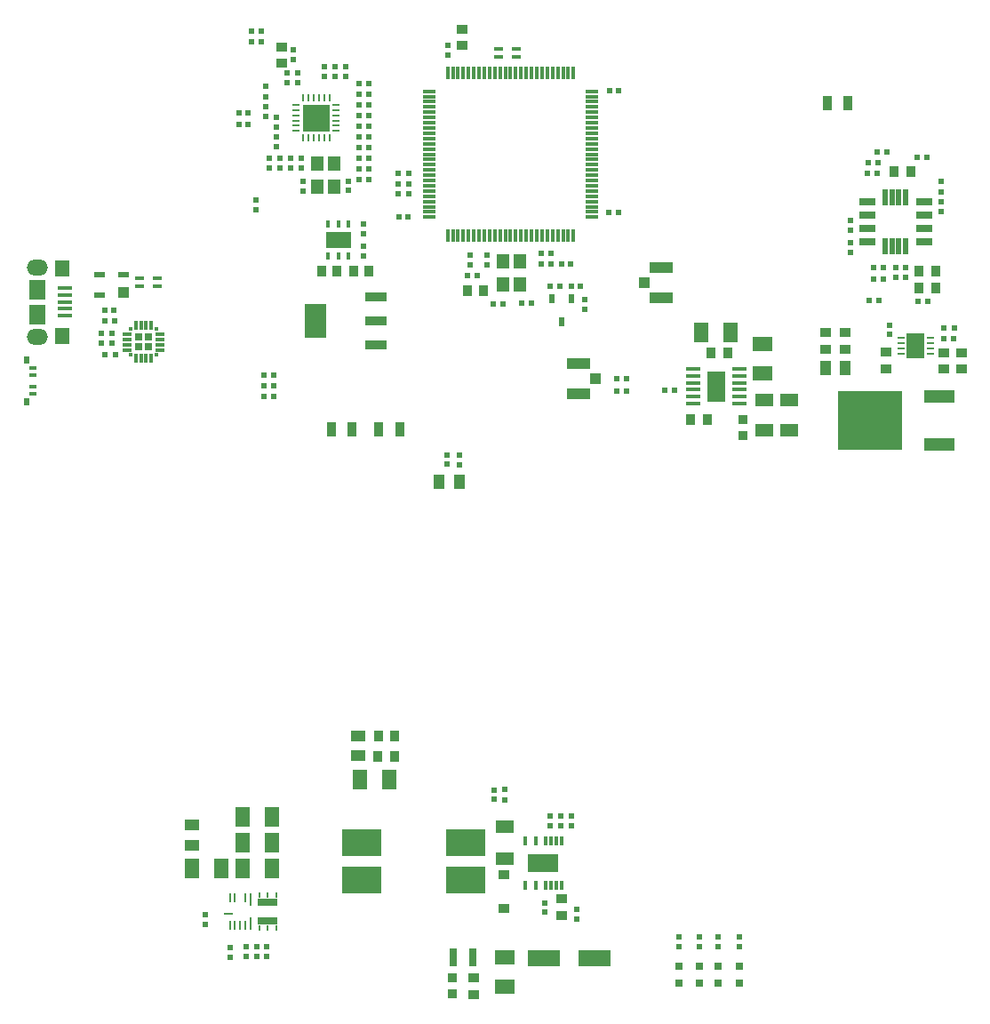
<source format=gtp>
G04*
G04 #@! TF.GenerationSoftware,Altium Limited,Altium Designer,22.2.1 (43)*
G04*
G04 Layer_Color=8421504*
%FSAX24Y24*%
%MOIN*%
G70*
G04*
G04 #@! TF.SameCoordinates,9FECD9A3-9FBE-45D8-96C7-32EA53B7FBE5*
G04*
G04*
G04 #@! TF.FilePolarity,Positive*
G04*
G01*
G75*
%ADD22O,0.0787X0.0591*%
%ADD23R,0.0295X0.0295*%
%ADD24R,0.0866X0.0433*%
%ADD25R,0.0433X0.0394*%
G04:AMPARAMS|DCode=26|XSize=61mil|YSize=23.6mil|CornerRadius=2mil|HoleSize=0mil|Usage=FLASHONLY|Rotation=180.000|XOffset=0mil|YOffset=0mil|HoleType=Round|Shape=RoundedRectangle|*
%AMROUNDEDRECTD26*
21,1,0.0610,0.0196,0,0,180.0*
21,1,0.0570,0.0236,0,0,180.0*
1,1,0.0040,-0.0285,0.0098*
1,1,0.0040,0.0285,0.0098*
1,1,0.0040,0.0285,-0.0098*
1,1,0.0040,-0.0285,-0.0098*
%
%ADD26ROUNDEDRECTD26*%
%ADD27R,0.0374X0.0551*%
%ADD28R,0.0244X0.0244*%
%ADD29R,0.0413X0.0551*%
%ADD30R,0.0276X0.0098*%
%ADD31R,0.0650X0.0937*%
%ADD32R,0.0394X0.0374*%
%ADD33R,0.0244X0.0244*%
%ADD34R,0.1120X0.0650*%
%ADD35R,0.0120X0.0350*%
G04:AMPARAMS|DCode=36|XSize=17.7mil|YSize=61mil|CornerRadius=1.9mil|HoleSize=0mil|Usage=FLASHONLY|Rotation=180.000|XOffset=0mil|YOffset=0mil|HoleType=Round|Shape=RoundedRectangle|*
%AMROUNDEDRECTD36*
21,1,0.0177,0.0571,0,0,180.0*
21,1,0.0138,0.0610,0,0,180.0*
1,1,0.0039,-0.0069,0.0286*
1,1,0.0039,0.0069,0.0286*
1,1,0.0039,0.0069,-0.0286*
1,1,0.0039,-0.0069,-0.0286*
%
%ADD36ROUNDEDRECTD36*%
%ADD37R,0.0374X0.0394*%
%ADD38R,0.0244X0.0228*%
%ADD39R,0.0236X0.0244*%
%ADD40R,0.0228X0.0244*%
%ADD41R,0.0354X0.0394*%
%ADD42R,0.1122X0.0492*%
%ADD43R,0.2402X0.2185*%
%ADD44R,0.0354X0.0157*%
%ADD45R,0.0827X0.0354*%
%ADD46R,0.0827X0.1260*%
%ADD47R,0.0728X0.0315*%
%ADD48R,0.0354X0.0098*%
%ADD49R,0.0098X0.0354*%
%ADD50R,0.0098X0.0512*%
%ADD51R,0.0098X0.0197*%
%ADD52R,0.0571X0.0748*%
%ADD53R,0.0315X0.0315*%
%ADD54R,0.0248X0.0260*%
%ADD55R,0.0315X0.0157*%
%ADD56R,0.0472X0.0118*%
%ADD57R,0.0118X0.0472*%
G04:AMPARAMS|DCode=58|XSize=21.7mil|YSize=31.5mil|CornerRadius=1.9mil|HoleSize=0mil|Usage=FLASHONLY|Rotation=0.000|XOffset=0mil|YOffset=0mil|HoleType=Round|Shape=RoundedRectangle|*
%AMROUNDEDRECTD58*
21,1,0.0217,0.0276,0,0,0.0*
21,1,0.0178,0.0315,0,0,0.0*
1,1,0.0039,0.0089,-0.0138*
1,1,0.0039,-0.0089,-0.0138*
1,1,0.0039,-0.0089,0.0138*
1,1,0.0039,0.0089,0.0138*
%
%ADD58ROUNDEDRECTD58*%
%ADD59R,0.0709X0.0453*%
%ADD60R,0.0374X0.0374*%
%ADD61R,0.0551X0.0177*%
%ADD62R,0.0689X0.1157*%
%ADD63R,0.0748X0.0571*%
%ADD64R,0.0394X0.0374*%
%ADD65R,0.0453X0.0551*%
%ADD66R,0.0374X0.0394*%
%ADD67R,0.0244X0.0236*%
%ADD68R,0.0272X0.0110*%
%ADD69R,0.0110X0.0272*%
%ADD70R,0.0984X0.0984*%
%ADD71R,0.0177X0.0295*%
%ADD72R,0.0945X0.0630*%
%ADD73R,0.0118X0.0354*%
%ADD74R,0.0354X0.0118*%
%ADD75R,0.0118X0.0118*%
%ADD76R,0.0394X0.0236*%
%ADD77R,0.0394X0.0394*%
%ADD78R,0.0551X0.0630*%
%ADD79R,0.0610X0.0748*%
%ADD80R,0.0531X0.0157*%
%ADD81R,0.0551X0.0413*%
%ADD82R,0.1516X0.0984*%
%ADD83R,0.0425X0.0362*%
%ADD84R,0.1240X0.0630*%
%ADD85R,0.0394X0.0354*%
%ADD86R,0.0315X0.0709*%
G36*
X047058Y038298D02*
X046279D01*
Y037629D01*
X047058D01*
Y038298D01*
D01*
D02*
G37*
G36*
Y039251D02*
X046279D01*
Y038582D01*
X047058D01*
Y039251D01*
D01*
D02*
G37*
G36*
X048121Y038298D02*
X047342D01*
Y037629D01*
X048121D01*
Y038298D01*
D01*
D02*
G37*
G36*
Y039251D02*
X047342D01*
Y038582D01*
X048121D01*
Y039251D01*
D01*
D02*
G37*
D22*
X015955Y041591D02*
D03*
Y044189D02*
D03*
D23*
X020142Y041577D02*
D03*
Y041203D02*
D03*
X019768Y041577D02*
D03*
Y041203D02*
D03*
D24*
X039370Y044173D02*
D03*
Y043032D02*
D03*
X036274Y040590D02*
D03*
Y039448D02*
D03*
D25*
X038740Y043602D02*
D03*
X036904Y040019D02*
D03*
D26*
X049223Y045140D02*
D03*
Y045640D02*
D03*
Y046140D02*
D03*
Y046640D02*
D03*
X047097D02*
D03*
Y046140D02*
D03*
Y045640D02*
D03*
Y045140D02*
D03*
D27*
X045598Y050341D02*
D03*
X046385D02*
D03*
X029564Y038110D02*
D03*
X028776D02*
D03*
X026993Y038100D02*
D03*
X027780D02*
D03*
D28*
X031350Y036803D02*
D03*
Y037157D02*
D03*
X031800Y037147D02*
D03*
Y036793D02*
D03*
X034990Y020357D02*
D03*
Y020003D02*
D03*
X024574Y018714D02*
D03*
Y018360D02*
D03*
X032830Y044283D02*
D03*
Y044637D02*
D03*
X031380Y052517D02*
D03*
Y052163D02*
D03*
X036490Y042977D02*
D03*
Y042623D02*
D03*
X025325Y051117D02*
D03*
Y051471D02*
D03*
X025725Y051117D02*
D03*
Y051471D02*
D03*
X025875Y048271D02*
D03*
Y047917D02*
D03*
X025475Y048271D02*
D03*
Y047917D02*
D03*
X025925Y047398D02*
D03*
Y047044D02*
D03*
X027625Y047421D02*
D03*
Y047067D02*
D03*
X028200Y045460D02*
D03*
Y045814D02*
D03*
X018770Y041343D02*
D03*
Y041697D02*
D03*
X018360Y041343D02*
D03*
Y041697D02*
D03*
X047931Y041667D02*
D03*
Y042021D02*
D03*
X035210Y023243D02*
D03*
Y023597D02*
D03*
X033090Y024241D02*
D03*
Y024595D02*
D03*
X036200Y019763D02*
D03*
Y020117D02*
D03*
D29*
X031794Y036140D02*
D03*
X031046D02*
D03*
X046276Y040406D02*
D03*
X045528D02*
D03*
D30*
X049463Y040951D02*
D03*
Y041147D02*
D03*
Y041344D02*
D03*
Y041541D02*
D03*
X048361Y040951D02*
D03*
Y041147D02*
D03*
Y041344D02*
D03*
Y041541D02*
D03*
D31*
X048912Y041246D02*
D03*
D32*
X031900Y053105D02*
D03*
Y052515D02*
D03*
X025125Y052439D02*
D03*
Y051849D02*
D03*
X050631Y040980D02*
D03*
Y040389D02*
D03*
X049971Y040970D02*
D03*
Y040379D02*
D03*
D33*
X047705Y043744D02*
D03*
X047351D02*
D03*
X047136Y048110D02*
D03*
X047490D02*
D03*
X047113Y047700D02*
D03*
X047467D02*
D03*
X032457Y043870D02*
D03*
X032103D02*
D03*
X037774Y046240D02*
D03*
X037420D02*
D03*
X029523Y046090D02*
D03*
X029877D02*
D03*
X037777Y050800D02*
D03*
X037423D02*
D03*
X035633Y044320D02*
D03*
X035987D02*
D03*
X034143Y042840D02*
D03*
X034497D02*
D03*
X033087Y042822D02*
D03*
X033441D02*
D03*
X034873Y044330D02*
D03*
X035227D02*
D03*
X023525Y049994D02*
D03*
X023880D02*
D03*
X023525Y049544D02*
D03*
X023880D02*
D03*
X028048Y049894D02*
D03*
X028402D02*
D03*
X028048Y047894D02*
D03*
X028402D02*
D03*
X028048Y047494D02*
D03*
X028402D02*
D03*
X018854Y042580D02*
D03*
X018500D02*
D03*
X018857Y042180D02*
D03*
X018503D02*
D03*
X034873Y044720D02*
D03*
X035227D02*
D03*
D34*
X034950Y021850D02*
D03*
D35*
X035048Y022679D02*
D03*
X035245D02*
D03*
X035442D02*
D03*
X035639D02*
D03*
Y021021D02*
D03*
X035442D02*
D03*
X035245D02*
D03*
X035048D02*
D03*
X034655Y022679D02*
D03*
Y021021D02*
D03*
X034261Y022679D02*
D03*
Y021021D02*
D03*
D36*
X048544Y046805D02*
D03*
X048288D02*
D03*
X048032D02*
D03*
X047776D02*
D03*
X048544Y044975D02*
D03*
X048288D02*
D03*
X048032D02*
D03*
X047776D02*
D03*
D37*
X049680Y043430D02*
D03*
X049050D02*
D03*
X049675Y044060D02*
D03*
X049045D02*
D03*
X041227Y040976D02*
D03*
X041857D02*
D03*
X028755Y026630D02*
D03*
X029385D02*
D03*
X028740Y025860D02*
D03*
X029370D02*
D03*
D38*
X048550Y043815D02*
D03*
Y044185D02*
D03*
X048160Y043820D02*
D03*
Y044190D02*
D03*
X046460Y044760D02*
D03*
Y045130D02*
D03*
Y045590D02*
D03*
Y045960D02*
D03*
X049860Y046265D02*
D03*
Y046635D02*
D03*
Y047400D02*
D03*
Y047030D02*
D03*
X023210Y018695D02*
D03*
Y018325D02*
D03*
X022257Y019531D02*
D03*
Y019901D02*
D03*
X024194Y018717D02*
D03*
Y018347D02*
D03*
X023797Y018341D02*
D03*
Y018711D02*
D03*
X041500Y019095D02*
D03*
Y018725D02*
D03*
X042310Y019085D02*
D03*
Y018715D02*
D03*
X040810Y019085D02*
D03*
Y018715D02*
D03*
X040050Y019085D02*
D03*
Y018715D02*
D03*
X032190Y044285D02*
D03*
Y044655D02*
D03*
X024525Y050964D02*
D03*
Y050594D02*
D03*
Y049844D02*
D03*
Y050214D02*
D03*
X024925Y049459D02*
D03*
Y049829D02*
D03*
Y049079D02*
D03*
Y048709D02*
D03*
X025075Y047909D02*
D03*
Y048279D02*
D03*
X024180Y046725D02*
D03*
Y046355D02*
D03*
X027525Y051359D02*
D03*
Y051729D02*
D03*
X027125Y051359D02*
D03*
Y051729D02*
D03*
X026725Y051359D02*
D03*
Y051729D02*
D03*
X028200Y044970D02*
D03*
Y044600D02*
D03*
X035600Y023235D02*
D03*
Y023605D02*
D03*
X035990Y023235D02*
D03*
Y023605D02*
D03*
X033490Y024230D02*
D03*
Y024600D02*
D03*
D39*
X049019Y042920D02*
D03*
X049381D02*
D03*
X047479Y048520D02*
D03*
X047841D02*
D03*
X036351Y043480D02*
D03*
X035989D02*
D03*
X035219Y043490D02*
D03*
X035581D02*
D03*
D40*
X047550Y042960D02*
D03*
X047180D02*
D03*
X047713Y044194D02*
D03*
X047343D02*
D03*
X048975Y048320D02*
D03*
X049345D02*
D03*
X024835Y040140D02*
D03*
X024465D02*
D03*
X024835Y039750D02*
D03*
X024465D02*
D03*
X024835Y039350D02*
D03*
X024465D02*
D03*
X029890Y047330D02*
D03*
X029520D02*
D03*
Y046940D02*
D03*
X029890D02*
D03*
X037694Y040008D02*
D03*
X038064D02*
D03*
X038075Y039560D02*
D03*
X037705D02*
D03*
X039877Y039566D02*
D03*
X039507D02*
D03*
X023990Y053044D02*
D03*
X024360D02*
D03*
X023990Y052644D02*
D03*
X024360D02*
D03*
X028040Y051094D02*
D03*
X028410D02*
D03*
Y050694D02*
D03*
X028040D02*
D03*
Y050294D02*
D03*
X028410D02*
D03*
X028040Y049494D02*
D03*
X028410D02*
D03*
Y049094D02*
D03*
X028040D02*
D03*
X028410Y048694D02*
D03*
X028040D02*
D03*
Y048294D02*
D03*
X028410D02*
D03*
X029520Y047720D02*
D03*
X029890D02*
D03*
X018890Y040900D02*
D03*
X018520D02*
D03*
X049986Y041914D02*
D03*
X050356D02*
D03*
X050351Y041504D02*
D03*
X049981D02*
D03*
D41*
X048725Y047780D02*
D03*
X048095D02*
D03*
X040477Y038476D02*
D03*
X041107D02*
D03*
D42*
X049818Y037542D02*
D03*
Y039338D02*
D03*
D43*
X047200Y038440D02*
D03*
D44*
X033275Y052073D02*
D03*
Y052387D02*
D03*
X033945Y052073D02*
D03*
Y052387D02*
D03*
X020485Y043473D02*
D03*
Y043787D02*
D03*
X019815Y043473D02*
D03*
Y043787D02*
D03*
D45*
X028662Y041264D02*
D03*
Y042170D02*
D03*
Y043076D02*
D03*
D46*
X026418Y042170D02*
D03*
D47*
X024607Y020386D02*
D03*
Y019677D02*
D03*
D48*
X023131Y019963D02*
D03*
D49*
X023190Y020563D02*
D03*
X023387D02*
D03*
X023781D02*
D03*
Y019500D02*
D03*
X023584D02*
D03*
X023387D02*
D03*
X023190D02*
D03*
D50*
X023977Y020484D02*
D03*
Y019579D02*
D03*
D51*
X024292Y020642D02*
D03*
X024607D02*
D03*
X024922D02*
D03*
Y019421D02*
D03*
X024607D02*
D03*
X024292D02*
D03*
D52*
X024778Y023596D02*
D03*
X023676D02*
D03*
X024778Y022626D02*
D03*
X023676D02*
D03*
X024769Y021646D02*
D03*
X023666D02*
D03*
X021766Y021656D02*
D03*
X022868D02*
D03*
X041963Y041746D02*
D03*
X040861D02*
D03*
X029171Y024990D02*
D03*
X028069D02*
D03*
D53*
X041520Y017965D02*
D03*
Y017335D02*
D03*
X042320Y017965D02*
D03*
Y017335D02*
D03*
X040800Y017965D02*
D03*
Y017335D02*
D03*
X040050Y017965D02*
D03*
Y017335D02*
D03*
D54*
X015580Y040727D02*
D03*
Y039136D02*
D03*
D55*
X015810Y040408D02*
D03*
Y040140D02*
D03*
Y039723D02*
D03*
Y039455D02*
D03*
D56*
X030669Y046068D02*
D03*
Y046265D02*
D03*
Y046462D02*
D03*
Y046658D02*
D03*
Y046855D02*
D03*
Y047052D02*
D03*
Y047249D02*
D03*
Y047446D02*
D03*
Y047643D02*
D03*
Y047839D02*
D03*
Y048036D02*
D03*
Y048233D02*
D03*
Y048430D02*
D03*
Y048627D02*
D03*
Y048824D02*
D03*
Y049021D02*
D03*
Y049217D02*
D03*
Y049414D02*
D03*
Y049611D02*
D03*
Y049808D02*
D03*
Y050005D02*
D03*
Y050202D02*
D03*
Y050399D02*
D03*
Y050595D02*
D03*
Y050792D02*
D03*
X036771D02*
D03*
Y050595D02*
D03*
Y050399D02*
D03*
Y050202D02*
D03*
Y050005D02*
D03*
Y049808D02*
D03*
Y049611D02*
D03*
Y049414D02*
D03*
Y049217D02*
D03*
Y049021D02*
D03*
Y048824D02*
D03*
Y048627D02*
D03*
Y048430D02*
D03*
Y048233D02*
D03*
Y048036D02*
D03*
Y047839D02*
D03*
Y047643D02*
D03*
Y047446D02*
D03*
Y047249D02*
D03*
Y047052D02*
D03*
Y046855D02*
D03*
Y046658D02*
D03*
Y046462D02*
D03*
Y046265D02*
D03*
Y046068D02*
D03*
D57*
X031358Y051481D02*
D03*
X031555D02*
D03*
X031751D02*
D03*
X031948D02*
D03*
X032145D02*
D03*
X032342D02*
D03*
X032539D02*
D03*
X032736D02*
D03*
X032933D02*
D03*
X033129D02*
D03*
X033326D02*
D03*
X033523D02*
D03*
X033720D02*
D03*
X033917D02*
D03*
X034114D02*
D03*
X034311D02*
D03*
X034507D02*
D03*
X034704D02*
D03*
X034901D02*
D03*
X035098D02*
D03*
X035295D02*
D03*
X035492D02*
D03*
X035689D02*
D03*
X035885D02*
D03*
X036082D02*
D03*
Y045379D02*
D03*
X035885D02*
D03*
X035689D02*
D03*
X035492D02*
D03*
X035295D02*
D03*
X035098D02*
D03*
X034901D02*
D03*
X034704D02*
D03*
X034507D02*
D03*
X034311D02*
D03*
X034114D02*
D03*
X033917D02*
D03*
X033720D02*
D03*
X033523D02*
D03*
X033326D02*
D03*
X033129D02*
D03*
X032933D02*
D03*
X032736D02*
D03*
X032539D02*
D03*
X032342D02*
D03*
X032145D02*
D03*
X031948D02*
D03*
X031751D02*
D03*
X031555D02*
D03*
X031358D02*
D03*
D58*
X035630Y042137D02*
D03*
X035256Y043003D02*
D03*
X036004D02*
D03*
D59*
X044162Y038075D02*
D03*
Y039217D02*
D03*
X043232D02*
D03*
Y038075D02*
D03*
X033510Y022029D02*
D03*
Y023211D02*
D03*
D60*
X042442Y037881D02*
D03*
Y038471D02*
D03*
X031530Y016945D02*
D03*
Y017535D02*
D03*
D61*
X040572Y040368D02*
D03*
Y040112D02*
D03*
Y039856D02*
D03*
Y039600D02*
D03*
Y039344D02*
D03*
Y039088D02*
D03*
X042305D02*
D03*
Y039344D02*
D03*
Y039600D02*
D03*
Y039856D02*
D03*
Y040112D02*
D03*
Y040368D02*
D03*
D62*
X041438Y039728D02*
D03*
D63*
X043182Y041307D02*
D03*
Y040205D02*
D03*
X033500Y017208D02*
D03*
Y018310D02*
D03*
D64*
X045532Y041101D02*
D03*
Y041731D02*
D03*
X046272Y041101D02*
D03*
Y041731D02*
D03*
X047821Y040999D02*
D03*
Y040369D02*
D03*
X032340Y017545D02*
D03*
Y016915D02*
D03*
D65*
X033434Y044422D02*
D03*
Y043555D02*
D03*
X034064D02*
D03*
Y044422D02*
D03*
X026460Y048077D02*
D03*
Y047211D02*
D03*
X027090D02*
D03*
Y048077D02*
D03*
D66*
X032105Y043320D02*
D03*
X032695D02*
D03*
X027830Y044060D02*
D03*
X028421D02*
D03*
X027215D02*
D03*
X026625D02*
D03*
D67*
X025575Y051982D02*
D03*
Y052344D02*
D03*
X024675Y047913D02*
D03*
Y048275D02*
D03*
D68*
X025682Y049497D02*
D03*
Y049694D02*
D03*
X027178Y049300D02*
D03*
Y049497D02*
D03*
Y049694D02*
D03*
Y049890D02*
D03*
Y050087D02*
D03*
Y050284D02*
D03*
X025682D02*
D03*
Y049300D02*
D03*
Y049890D02*
D03*
Y050087D02*
D03*
D69*
X025938Y049044D02*
D03*
X026135D02*
D03*
X026332D02*
D03*
X026528D02*
D03*
X026725D02*
D03*
X026922D02*
D03*
Y050540D02*
D03*
X026725D02*
D03*
X026528D02*
D03*
X026332D02*
D03*
X026135D02*
D03*
X025938D02*
D03*
D70*
X026430Y049792D02*
D03*
D71*
X027634Y045811D02*
D03*
X027260D02*
D03*
X026886D02*
D03*
Y044629D02*
D03*
X027260D02*
D03*
X027634D02*
D03*
D72*
X027260Y045220D02*
D03*
D73*
X020251Y042000D02*
D03*
X020054D02*
D03*
X019857D02*
D03*
X019660D02*
D03*
Y040780D02*
D03*
X019857D02*
D03*
X020054D02*
D03*
X020251D02*
D03*
D74*
X019345Y041685D02*
D03*
Y041488D02*
D03*
Y041291D02*
D03*
Y041094D02*
D03*
X020566D02*
D03*
Y041291D02*
D03*
Y041488D02*
D03*
Y041685D02*
D03*
D75*
X020447Y041882D02*
D03*
Y040898D02*
D03*
X019463Y041882D02*
D03*
Y040898D02*
D03*
D76*
X018294Y043900D02*
D03*
X019200D02*
D03*
X018294Y043152D02*
D03*
D77*
X019200Y043231D02*
D03*
D78*
X016920Y044150D02*
D03*
Y041630D02*
D03*
D79*
X015955Y042417D02*
D03*
Y043362D02*
D03*
D80*
X017009Y042378D02*
D03*
Y042634D02*
D03*
Y043402D02*
D03*
Y043146D02*
D03*
Y042890D02*
D03*
D81*
X021770Y022516D02*
D03*
Y023264D02*
D03*
X027995Y026618D02*
D03*
Y025870D02*
D03*
D82*
X028133Y022598D02*
D03*
Y021220D02*
D03*
X032050D02*
D03*
Y022598D02*
D03*
D83*
X033470Y021410D02*
D03*
Y020150D02*
D03*
D84*
X034955Y018270D02*
D03*
X036885D02*
D03*
D85*
X035630Y019880D02*
D03*
Y020510D02*
D03*
D86*
X032294Y018300D02*
D03*
X031586D02*
D03*
M02*

</source>
